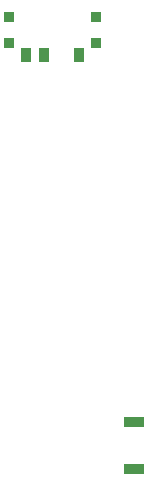
<source format=gbr>
%TF.GenerationSoftware,KiCad,Pcbnew,(6.0.2-0)*%
%TF.CreationDate,2022-04-02T00:45:19-05:00*%
%TF.ProjectId,Exkeylibur,45786b65-796c-4696-9275-722e6b696361,rev?*%
%TF.SameCoordinates,Original*%
%TF.FileFunction,Paste,Top*%
%TF.FilePolarity,Positive*%
%FSLAX46Y46*%
G04 Gerber Fmt 4.6, Leading zero omitted, Abs format (unit mm)*
G04 Created by KiCad (PCBNEW (6.0.2-0)) date 2022-04-02 00:45:19*
%MOMM*%
%LPD*%
G01*
G04 APERTURE LIST*
%ADD10R,1.700000X0.900000*%
%ADD11R,0.900000X0.900000*%
%ADD12R,0.900000X1.250000*%
G04 APERTURE END LIST*
D10*
%TO.C,RSW1*%
X145578850Y-84619158D03*
X145578850Y-88619158D03*
%TD*%
D11*
%TO.C,PWR_SW1*%
X142350425Y-52548925D03*
X134950425Y-52548925D03*
X142350425Y-50348925D03*
X134950425Y-50348925D03*
D12*
X140900425Y-53523925D03*
X137900425Y-53523925D03*
X136400425Y-53523925D03*
%TD*%
M02*

</source>
